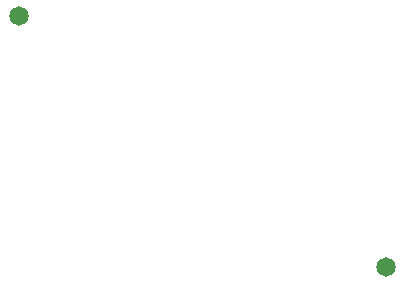
<source format=gbr>
G04 DipTrace 4.0.0.2*
G04 TopMask.gbr*
%MOIN*%
G04 #@! TF.FileFunction,Soldermask,Top*
G04 #@! TF.Part,Single*
%ADD21C,0.064961*%
%FSLAX26Y26*%
G04*
G70*
G90*
G75*
G01*
G04 TopMask*
%LPD*%
D21*
X1739585Y488287D3*
X519112Y1322735D3*
M02*

</source>
